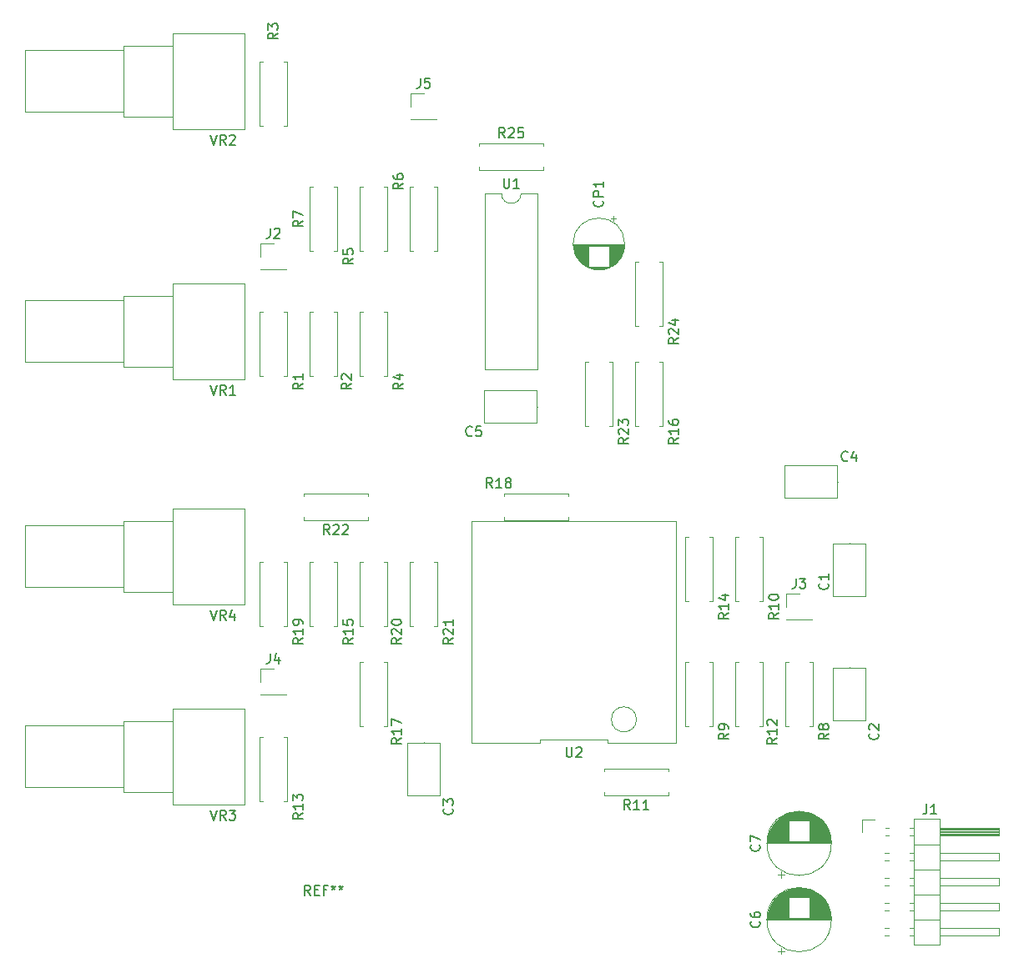
<source format=gto>
G04 #@! TF.GenerationSoftware,KiCad,Pcbnew,(5.1.8-0-10_14)*
G04 #@! TF.CreationDate,2021-06-15T12:35:27+09:00*
G04 #@! TF.ProjectId,3320VCF,33333230-5643-4462-9e6b-696361645f70,rev?*
G04 #@! TF.SameCoordinates,Original*
G04 #@! TF.FileFunction,Legend,Top*
G04 #@! TF.FilePolarity,Positive*
%FSLAX46Y46*%
G04 Gerber Fmt 4.6, Leading zero omitted, Abs format (unit mm)*
G04 Created by KiCad (PCBNEW (5.1.8-0-10_14)) date 2021-06-15 12:35:27*
%MOMM*%
%LPD*%
G01*
G04 APERTURE LIST*
%ADD10C,0.120000*%
%ADD11C,0.150000*%
%ADD12C,3.200000*%
%ADD13C,1.600000*%
%ADD14O,1.600000X1.600000*%
%ADD15R,1.600000X1.600000*%
%ADD16R,1.700000X1.700000*%
%ADD17O,1.700000X1.700000*%
%ADD18O,2.000000X1.200000*%
%ADD19C,1.800000*%
G04 APERTURE END LIST*
D10*
X125840000Y-81280000D02*
X125800000Y-81280000D01*
X120420000Y-81280000D02*
X120460000Y-81280000D01*
X125800000Y-79610000D02*
X120460000Y-79610000D01*
X125800000Y-82950000D02*
X125800000Y-79610000D01*
X120460000Y-82950000D02*
X125800000Y-82950000D01*
X120460000Y-79610000D02*
X120460000Y-82950000D01*
X102770000Y-65500000D02*
X103100000Y-65500000D01*
X102770000Y-58960000D02*
X102770000Y-65500000D01*
X103100000Y-58960000D02*
X102770000Y-58960000D01*
X105510000Y-65500000D02*
X105180000Y-65500000D01*
X105510000Y-58960000D02*
X105510000Y-65500000D01*
X105180000Y-58960000D02*
X105510000Y-58960000D01*
X115670000Y-97060000D02*
X115340000Y-97060000D01*
X115670000Y-103600000D02*
X115670000Y-97060000D01*
X115340000Y-103600000D02*
X115670000Y-103600000D01*
X112930000Y-97060000D02*
X113260000Y-97060000D01*
X112930000Y-103600000D02*
X112930000Y-97060000D01*
X113260000Y-103600000D02*
X112930000Y-103600000D01*
X98020000Y-78200000D02*
X97690000Y-78200000D01*
X97690000Y-78200000D02*
X97690000Y-71660000D01*
X97690000Y-71660000D02*
X98020000Y-71660000D01*
X100100000Y-78200000D02*
X100430000Y-78200000D01*
X100430000Y-78200000D02*
X100430000Y-71660000D01*
X100430000Y-71660000D02*
X100100000Y-71660000D01*
X102770000Y-78200000D02*
X103100000Y-78200000D01*
X102770000Y-71660000D02*
X102770000Y-78200000D01*
X103100000Y-71660000D02*
X102770000Y-71660000D01*
X105510000Y-78200000D02*
X105180000Y-78200000D01*
X105510000Y-71660000D02*
X105510000Y-78200000D01*
X105180000Y-71660000D02*
X105510000Y-71660000D01*
X100430000Y-46260000D02*
X100100000Y-46260000D01*
X100430000Y-52800000D02*
X100430000Y-46260000D01*
X100100000Y-52800000D02*
X100430000Y-52800000D01*
X97690000Y-46260000D02*
X98020000Y-46260000D01*
X97690000Y-52800000D02*
X97690000Y-46260000D01*
X98020000Y-52800000D02*
X97690000Y-52800000D01*
X108180000Y-78200000D02*
X107850000Y-78200000D01*
X107850000Y-78200000D02*
X107850000Y-71660000D01*
X107850000Y-71660000D02*
X108180000Y-71660000D01*
X110260000Y-78200000D02*
X110590000Y-78200000D01*
X110590000Y-78200000D02*
X110590000Y-71660000D01*
X110590000Y-71660000D02*
X110260000Y-71660000D01*
X107850000Y-65500000D02*
X108180000Y-65500000D01*
X107850000Y-58960000D02*
X107850000Y-65500000D01*
X108180000Y-58960000D02*
X107850000Y-58960000D01*
X110590000Y-65500000D02*
X110260000Y-65500000D01*
X110590000Y-58960000D02*
X110590000Y-65500000D01*
X110260000Y-58960000D02*
X110590000Y-58960000D01*
X140870000Y-113760000D02*
X141200000Y-113760000D01*
X140870000Y-107220000D02*
X140870000Y-113760000D01*
X141200000Y-107220000D02*
X140870000Y-107220000D01*
X143610000Y-113760000D02*
X143280000Y-113760000D01*
X143610000Y-107220000D02*
X143610000Y-113760000D01*
X143280000Y-107220000D02*
X143610000Y-107220000D01*
X148360000Y-107220000D02*
X148690000Y-107220000D01*
X148690000Y-107220000D02*
X148690000Y-113760000D01*
X148690000Y-113760000D02*
X148360000Y-113760000D01*
X146280000Y-107220000D02*
X145950000Y-107220000D01*
X145950000Y-107220000D02*
X145950000Y-113760000D01*
X145950000Y-113760000D02*
X146280000Y-113760000D01*
X100430000Y-114840000D02*
X100100000Y-114840000D01*
X100430000Y-121380000D02*
X100430000Y-114840000D01*
X100100000Y-121380000D02*
X100430000Y-121380000D01*
X97690000Y-114840000D02*
X98020000Y-114840000D01*
X97690000Y-121380000D02*
X97690000Y-114840000D01*
X98020000Y-121380000D02*
X97690000Y-121380000D01*
X136120000Y-83280000D02*
X135790000Y-83280000D01*
X135790000Y-83280000D02*
X135790000Y-76740000D01*
X135790000Y-76740000D02*
X136120000Y-76740000D01*
X138200000Y-83280000D02*
X138530000Y-83280000D01*
X138530000Y-83280000D02*
X138530000Y-76740000D01*
X138530000Y-76740000D02*
X138200000Y-76740000D01*
X107850000Y-113760000D02*
X108180000Y-113760000D01*
X107850000Y-107220000D02*
X107850000Y-113760000D01*
X108180000Y-107220000D02*
X107850000Y-107220000D01*
X110590000Y-113760000D02*
X110260000Y-113760000D01*
X110590000Y-107220000D02*
X110590000Y-113760000D01*
X110260000Y-107220000D02*
X110590000Y-107220000D01*
X107850000Y-103600000D02*
X108180000Y-103600000D01*
X107850000Y-97060000D02*
X107850000Y-103600000D01*
X108180000Y-97060000D02*
X107850000Y-97060000D01*
X110590000Y-103600000D02*
X110260000Y-103600000D01*
X110590000Y-97060000D02*
X110590000Y-103600000D01*
X110260000Y-97060000D02*
X110590000Y-97060000D01*
X102140000Y-90070000D02*
X102140000Y-90400000D01*
X108680000Y-90070000D02*
X102140000Y-90070000D01*
X108680000Y-90400000D02*
X108680000Y-90070000D01*
X102140000Y-92810000D02*
X102140000Y-92480000D01*
X108680000Y-92810000D02*
X102140000Y-92810000D01*
X108680000Y-92480000D02*
X108680000Y-92810000D01*
X131040000Y-83280000D02*
X130710000Y-83280000D01*
X130710000Y-83280000D02*
X130710000Y-76740000D01*
X130710000Y-76740000D02*
X131040000Y-76740000D01*
X133120000Y-83280000D02*
X133450000Y-83280000D01*
X133450000Y-83280000D02*
X133450000Y-76740000D01*
X133450000Y-76740000D02*
X133120000Y-76740000D01*
X115340000Y-58960000D02*
X115670000Y-58960000D01*
X115670000Y-58960000D02*
X115670000Y-65500000D01*
X115670000Y-65500000D02*
X115340000Y-65500000D01*
X113260000Y-58960000D02*
X112930000Y-58960000D01*
X112930000Y-58960000D02*
X112930000Y-65500000D01*
X112930000Y-65500000D02*
X113260000Y-65500000D01*
X126460000Y-57250000D02*
X126460000Y-56920000D01*
X119920000Y-57250000D02*
X126460000Y-57250000D01*
X119920000Y-56920000D02*
X119920000Y-57250000D01*
X126460000Y-54510000D02*
X126460000Y-54840000D01*
X119920000Y-54510000D02*
X126460000Y-54510000D01*
X119920000Y-54840000D02*
X119920000Y-54510000D01*
X133805000Y-62195225D02*
X133305000Y-62195225D01*
X133555000Y-61945225D02*
X133555000Y-62445225D01*
X132364000Y-67351000D02*
X131796000Y-67351000D01*
X132598000Y-67311000D02*
X131562000Y-67311000D01*
X132757000Y-67271000D02*
X131403000Y-67271000D01*
X132885000Y-67231000D02*
X131275000Y-67231000D01*
X132995000Y-67191000D02*
X131165000Y-67191000D01*
X133091000Y-67151000D02*
X131069000Y-67151000D01*
X133178000Y-67111000D02*
X130982000Y-67111000D01*
X133258000Y-67071000D02*
X130902000Y-67071000D01*
X131040000Y-67031000D02*
X130829000Y-67031000D01*
X133331000Y-67031000D02*
X133120000Y-67031000D01*
X131040000Y-66991000D02*
X130761000Y-66991000D01*
X133399000Y-66991000D02*
X133120000Y-66991000D01*
X131040000Y-66951000D02*
X130697000Y-66951000D01*
X133463000Y-66951000D02*
X133120000Y-66951000D01*
X131040000Y-66911000D02*
X130637000Y-66911000D01*
X133523000Y-66911000D02*
X133120000Y-66911000D01*
X131040000Y-66871000D02*
X130580000Y-66871000D01*
X133580000Y-66871000D02*
X133120000Y-66871000D01*
X131040000Y-66831000D02*
X130526000Y-66831000D01*
X133634000Y-66831000D02*
X133120000Y-66831000D01*
X131040000Y-66791000D02*
X130475000Y-66791000D01*
X133685000Y-66791000D02*
X133120000Y-66791000D01*
X131040000Y-66751000D02*
X130427000Y-66751000D01*
X133733000Y-66751000D02*
X133120000Y-66751000D01*
X131040000Y-66711000D02*
X130381000Y-66711000D01*
X133779000Y-66711000D02*
X133120000Y-66711000D01*
X131040000Y-66671000D02*
X130337000Y-66671000D01*
X133823000Y-66671000D02*
X133120000Y-66671000D01*
X131040000Y-66631000D02*
X130295000Y-66631000D01*
X133865000Y-66631000D02*
X133120000Y-66631000D01*
X131040000Y-66591000D02*
X130254000Y-66591000D01*
X133906000Y-66591000D02*
X133120000Y-66591000D01*
X131040000Y-66551000D02*
X130216000Y-66551000D01*
X133944000Y-66551000D02*
X133120000Y-66551000D01*
X131040000Y-66511000D02*
X130179000Y-66511000D01*
X133981000Y-66511000D02*
X133120000Y-66511000D01*
X131040000Y-66471000D02*
X130143000Y-66471000D01*
X134017000Y-66471000D02*
X133120000Y-66471000D01*
X131040000Y-66431000D02*
X130109000Y-66431000D01*
X134051000Y-66431000D02*
X133120000Y-66431000D01*
X131040000Y-66391000D02*
X130076000Y-66391000D01*
X134084000Y-66391000D02*
X133120000Y-66391000D01*
X131040000Y-66351000D02*
X130045000Y-66351000D01*
X134115000Y-66351000D02*
X133120000Y-66351000D01*
X131040000Y-66311000D02*
X130015000Y-66311000D01*
X134145000Y-66311000D02*
X133120000Y-66311000D01*
X131040000Y-66271000D02*
X129985000Y-66271000D01*
X134175000Y-66271000D02*
X133120000Y-66271000D01*
X131040000Y-66231000D02*
X129958000Y-66231000D01*
X134202000Y-66231000D02*
X133120000Y-66231000D01*
X131040000Y-66191000D02*
X129931000Y-66191000D01*
X134229000Y-66191000D02*
X133120000Y-66191000D01*
X131040000Y-66151000D02*
X129905000Y-66151000D01*
X134255000Y-66151000D02*
X133120000Y-66151000D01*
X131040000Y-66111000D02*
X129880000Y-66111000D01*
X134280000Y-66111000D02*
X133120000Y-66111000D01*
X131040000Y-66071000D02*
X129856000Y-66071000D01*
X134304000Y-66071000D02*
X133120000Y-66071000D01*
X131040000Y-66031000D02*
X129833000Y-66031000D01*
X134327000Y-66031000D02*
X133120000Y-66031000D01*
X131040000Y-65991000D02*
X129812000Y-65991000D01*
X134348000Y-65991000D02*
X133120000Y-65991000D01*
X131040000Y-65951000D02*
X129790000Y-65951000D01*
X134370000Y-65951000D02*
X133120000Y-65951000D01*
X131040000Y-65911000D02*
X129770000Y-65911000D01*
X134390000Y-65911000D02*
X133120000Y-65911000D01*
X131040000Y-65871000D02*
X129751000Y-65871000D01*
X134409000Y-65871000D02*
X133120000Y-65871000D01*
X131040000Y-65831000D02*
X129732000Y-65831000D01*
X134428000Y-65831000D02*
X133120000Y-65831000D01*
X131040000Y-65791000D02*
X129715000Y-65791000D01*
X134445000Y-65791000D02*
X133120000Y-65791000D01*
X131040000Y-65751000D02*
X129698000Y-65751000D01*
X134462000Y-65751000D02*
X133120000Y-65751000D01*
X131040000Y-65711000D02*
X129682000Y-65711000D01*
X134478000Y-65711000D02*
X133120000Y-65711000D01*
X131040000Y-65671000D02*
X129666000Y-65671000D01*
X134494000Y-65671000D02*
X133120000Y-65671000D01*
X131040000Y-65631000D02*
X129652000Y-65631000D01*
X134508000Y-65631000D02*
X133120000Y-65631000D01*
X131040000Y-65591000D02*
X129638000Y-65591000D01*
X134522000Y-65591000D02*
X133120000Y-65591000D01*
X131040000Y-65551000D02*
X129625000Y-65551000D01*
X134535000Y-65551000D02*
X133120000Y-65551000D01*
X131040000Y-65511000D02*
X129612000Y-65511000D01*
X134548000Y-65511000D02*
X133120000Y-65511000D01*
X131040000Y-65471000D02*
X129600000Y-65471000D01*
X134560000Y-65471000D02*
X133120000Y-65471000D01*
X131040000Y-65430000D02*
X129589000Y-65430000D01*
X134571000Y-65430000D02*
X133120000Y-65430000D01*
X131040000Y-65390000D02*
X129579000Y-65390000D01*
X134581000Y-65390000D02*
X133120000Y-65390000D01*
X131040000Y-65350000D02*
X129569000Y-65350000D01*
X134591000Y-65350000D02*
X133120000Y-65350000D01*
X131040000Y-65310000D02*
X129560000Y-65310000D01*
X134600000Y-65310000D02*
X133120000Y-65310000D01*
X131040000Y-65270000D02*
X129552000Y-65270000D01*
X134608000Y-65270000D02*
X133120000Y-65270000D01*
X131040000Y-65230000D02*
X129544000Y-65230000D01*
X134616000Y-65230000D02*
X133120000Y-65230000D01*
X131040000Y-65190000D02*
X129537000Y-65190000D01*
X134623000Y-65190000D02*
X133120000Y-65190000D01*
X131040000Y-65150000D02*
X129530000Y-65150000D01*
X134630000Y-65150000D02*
X133120000Y-65150000D01*
X131040000Y-65110000D02*
X129524000Y-65110000D01*
X134636000Y-65110000D02*
X133120000Y-65110000D01*
X131040000Y-65070000D02*
X129519000Y-65070000D01*
X134641000Y-65070000D02*
X133120000Y-65070000D01*
X131040000Y-65030000D02*
X129515000Y-65030000D01*
X134645000Y-65030000D02*
X133120000Y-65030000D01*
X131040000Y-64990000D02*
X129511000Y-64990000D01*
X134649000Y-64990000D02*
X133120000Y-64990000D01*
X134653000Y-64950000D02*
X129507000Y-64950000D01*
X134656000Y-64910000D02*
X129504000Y-64910000D01*
X134658000Y-64870000D02*
X129502000Y-64870000D01*
X134659000Y-64830000D02*
X129501000Y-64830000D01*
X134660000Y-64790000D02*
X129500000Y-64790000D01*
X134660000Y-64750000D02*
X129500000Y-64750000D01*
X134700000Y-64750000D02*
G75*
G03*
X134700000Y-64750000I-2620000J0D01*
G01*
X139160000Y-120420000D02*
X139160000Y-120750000D01*
X139160000Y-120750000D02*
X132620000Y-120750000D01*
X132620000Y-120750000D02*
X132620000Y-120420000D01*
X139160000Y-118340000D02*
X139160000Y-118010000D01*
X139160000Y-118010000D02*
X132620000Y-118010000D01*
X132620000Y-118010000D02*
X132620000Y-118340000D01*
X105510000Y-97060000D02*
X105180000Y-97060000D01*
X105510000Y-103600000D02*
X105510000Y-97060000D01*
X105180000Y-103600000D02*
X105510000Y-103600000D01*
X102770000Y-97060000D02*
X103100000Y-97060000D01*
X102770000Y-103600000D02*
X102770000Y-97060000D01*
X103100000Y-103600000D02*
X102770000Y-103600000D01*
X98020000Y-103600000D02*
X97690000Y-103600000D01*
X97690000Y-103600000D02*
X97690000Y-97060000D01*
X97690000Y-97060000D02*
X98020000Y-97060000D01*
X100100000Y-103600000D02*
X100430000Y-103600000D01*
X100430000Y-103600000D02*
X100430000Y-97060000D01*
X100430000Y-97060000D02*
X100100000Y-97060000D01*
X155810000Y-100520000D02*
X159150000Y-100520000D01*
X159150000Y-100520000D02*
X159150000Y-95180000D01*
X159150000Y-95180000D02*
X155810000Y-95180000D01*
X155810000Y-95180000D02*
X155810000Y-100520000D01*
X157480000Y-100560000D02*
X157480000Y-100520000D01*
X157480000Y-95140000D02*
X157480000Y-95180000D01*
X157480000Y-113140000D02*
X157480000Y-113100000D01*
X157480000Y-107720000D02*
X157480000Y-107760000D01*
X159150000Y-113100000D02*
X159150000Y-107760000D01*
X155810000Y-113100000D02*
X159150000Y-113100000D01*
X155810000Y-107760000D02*
X155810000Y-113100000D01*
X159150000Y-107760000D02*
X155810000Y-107760000D01*
X115970000Y-115380000D02*
X112630000Y-115380000D01*
X112630000Y-115380000D02*
X112630000Y-120720000D01*
X112630000Y-120720000D02*
X115970000Y-120720000D01*
X115970000Y-120720000D02*
X115970000Y-115380000D01*
X114300000Y-115340000D02*
X114300000Y-115380000D01*
X114300000Y-120760000D02*
X114300000Y-120720000D01*
X156320000Y-88900000D02*
X156280000Y-88900000D01*
X150900000Y-88900000D02*
X150940000Y-88900000D01*
X156280000Y-87230000D02*
X150940000Y-87230000D01*
X156280000Y-90570000D02*
X156280000Y-87230000D01*
X150940000Y-90570000D02*
X156280000Y-90570000D01*
X150940000Y-87230000D02*
X150940000Y-90570000D01*
X138200000Y-66580000D02*
X138530000Y-66580000D01*
X138530000Y-66580000D02*
X138530000Y-73120000D01*
X138530000Y-73120000D02*
X138200000Y-73120000D01*
X136120000Y-66580000D02*
X135790000Y-66580000D01*
X135790000Y-66580000D02*
X135790000Y-73120000D01*
X135790000Y-73120000D02*
X136120000Y-73120000D01*
X151360000Y-113760000D02*
X151030000Y-113760000D01*
X151030000Y-113760000D02*
X151030000Y-107220000D01*
X151030000Y-107220000D02*
X151360000Y-107220000D01*
X153440000Y-113760000D02*
X153770000Y-113760000D01*
X153770000Y-113760000D02*
X153770000Y-107220000D01*
X153770000Y-107220000D02*
X153440000Y-107220000D01*
X148690000Y-94520000D02*
X148360000Y-94520000D01*
X148690000Y-101060000D02*
X148690000Y-94520000D01*
X148360000Y-101060000D02*
X148690000Y-101060000D01*
X145950000Y-94520000D02*
X146280000Y-94520000D01*
X145950000Y-101060000D02*
X145950000Y-94520000D01*
X146280000Y-101060000D02*
X145950000Y-101060000D01*
X143280000Y-94520000D02*
X143610000Y-94520000D01*
X143610000Y-94520000D02*
X143610000Y-101060000D01*
X143610000Y-101060000D02*
X143280000Y-101060000D01*
X141200000Y-94520000D02*
X140870000Y-94520000D01*
X140870000Y-94520000D02*
X140870000Y-101060000D01*
X140870000Y-101060000D02*
X141200000Y-101060000D01*
X122460000Y-90400000D02*
X122460000Y-90070000D01*
X122460000Y-90070000D02*
X129000000Y-90070000D01*
X129000000Y-90070000D02*
X129000000Y-90400000D01*
X122460000Y-92480000D02*
X122460000Y-92810000D01*
X122460000Y-92810000D02*
X129000000Y-92810000D01*
X129000000Y-92810000D02*
X129000000Y-92480000D01*
X158750000Y-123190000D02*
X160020000Y-123190000D01*
X158750000Y-124460000D02*
X158750000Y-123190000D01*
X161062929Y-135000000D02*
X161517071Y-135000000D01*
X161062929Y-134240000D02*
X161517071Y-134240000D01*
X163602929Y-135000000D02*
X164000000Y-135000000D01*
X163602929Y-134240000D02*
X164000000Y-134240000D01*
X172660000Y-135000000D02*
X166660000Y-135000000D01*
X172660000Y-134240000D02*
X172660000Y-135000000D01*
X166660000Y-134240000D02*
X172660000Y-134240000D01*
X164000000Y-133350000D02*
X166660000Y-133350000D01*
X161062929Y-132460000D02*
X161517071Y-132460000D01*
X161062929Y-131700000D02*
X161517071Y-131700000D01*
X163602929Y-132460000D02*
X164000000Y-132460000D01*
X163602929Y-131700000D02*
X164000000Y-131700000D01*
X172660000Y-132460000D02*
X166660000Y-132460000D01*
X172660000Y-131700000D02*
X172660000Y-132460000D01*
X166660000Y-131700000D02*
X172660000Y-131700000D01*
X164000000Y-130810000D02*
X166660000Y-130810000D01*
X161062929Y-129920000D02*
X161517071Y-129920000D01*
X161062929Y-129160000D02*
X161517071Y-129160000D01*
X163602929Y-129920000D02*
X164000000Y-129920000D01*
X163602929Y-129160000D02*
X164000000Y-129160000D01*
X172660000Y-129920000D02*
X166660000Y-129920000D01*
X172660000Y-129160000D02*
X172660000Y-129920000D01*
X166660000Y-129160000D02*
X172660000Y-129160000D01*
X164000000Y-128270000D02*
X166660000Y-128270000D01*
X161062929Y-127380000D02*
X161517071Y-127380000D01*
X161062929Y-126620000D02*
X161517071Y-126620000D01*
X163602929Y-127380000D02*
X164000000Y-127380000D01*
X163602929Y-126620000D02*
X164000000Y-126620000D01*
X172660000Y-127380000D02*
X166660000Y-127380000D01*
X172660000Y-126620000D02*
X172660000Y-127380000D01*
X166660000Y-126620000D02*
X172660000Y-126620000D01*
X164000000Y-125730000D02*
X166660000Y-125730000D01*
X161130000Y-124840000D02*
X161517071Y-124840000D01*
X161130000Y-124080000D02*
X161517071Y-124080000D01*
X163602929Y-124840000D02*
X164000000Y-124840000D01*
X163602929Y-124080000D02*
X164000000Y-124080000D01*
X166660000Y-124740000D02*
X172660000Y-124740000D01*
X166660000Y-124620000D02*
X172660000Y-124620000D01*
X166660000Y-124500000D02*
X172660000Y-124500000D01*
X166660000Y-124380000D02*
X172660000Y-124380000D01*
X166660000Y-124260000D02*
X172660000Y-124260000D01*
X166660000Y-124140000D02*
X172660000Y-124140000D01*
X172660000Y-124840000D02*
X166660000Y-124840000D01*
X172660000Y-124080000D02*
X172660000Y-124840000D01*
X166660000Y-124080000D02*
X172660000Y-124080000D01*
X166660000Y-123130000D02*
X164000000Y-123130000D01*
X166660000Y-135950000D02*
X166660000Y-123130000D01*
X164000000Y-135950000D02*
X166660000Y-135950000D01*
X164000000Y-123130000D02*
X164000000Y-135950000D01*
X97730000Y-67370000D02*
X100390000Y-67370000D01*
X97730000Y-67310000D02*
X97730000Y-67370000D01*
X100390000Y-67310000D02*
X100390000Y-67370000D01*
X97730000Y-67310000D02*
X100390000Y-67310000D01*
X97730000Y-66040000D02*
X97730000Y-64710000D01*
X97730000Y-64710000D02*
X99060000Y-64710000D01*
X151070000Y-100270000D02*
X152400000Y-100270000D01*
X151070000Y-101600000D02*
X151070000Y-100270000D01*
X151070000Y-102870000D02*
X153730000Y-102870000D01*
X153730000Y-102870000D02*
X153730000Y-102930000D01*
X151070000Y-102870000D02*
X151070000Y-102930000D01*
X151070000Y-102930000D02*
X153730000Y-102930000D01*
X97730000Y-107890000D02*
X99060000Y-107890000D01*
X97730000Y-109220000D02*
X97730000Y-107890000D01*
X97730000Y-110490000D02*
X100390000Y-110490000D01*
X100390000Y-110490000D02*
X100390000Y-110550000D01*
X97730000Y-110490000D02*
X97730000Y-110550000D01*
X97730000Y-110550000D02*
X100390000Y-110550000D01*
X112970000Y-52130000D02*
X115630000Y-52130000D01*
X112970000Y-52070000D02*
X112970000Y-52130000D01*
X115630000Y-52070000D02*
X115630000Y-52130000D01*
X112970000Y-52070000D02*
X115630000Y-52070000D01*
X112970000Y-50800000D02*
X112970000Y-49470000D01*
X112970000Y-49470000D02*
X114300000Y-49470000D01*
X125840000Y-59630000D02*
X124190000Y-59630000D01*
X125840000Y-77530000D02*
X125840000Y-59630000D01*
X120540000Y-77530000D02*
X125840000Y-77530000D01*
X120540000Y-59630000D02*
X120540000Y-77530000D01*
X122190000Y-59630000D02*
X120540000Y-59630000D01*
X124190000Y-59630000D02*
G75*
G02*
X122190000Y-59630000I-1000000J0D01*
G01*
X135890000Y-113030000D02*
G75*
G03*
X135890000Y-113030000I-1270000J0D01*
G01*
X133003333Y-115400000D02*
X139930000Y-115400000D01*
X133003333Y-115040000D02*
X133003333Y-115400000D01*
X126076667Y-115040000D02*
X133003333Y-115040000D01*
X126076667Y-115400000D02*
X126076667Y-115040000D01*
X119150000Y-115400000D02*
X126076667Y-115400000D01*
X119150000Y-92880000D02*
X119150000Y-115400000D01*
X139930000Y-92880000D02*
X119150000Y-92880000D01*
X139930000Y-115400000D02*
X139930000Y-92880000D01*
X73860000Y-76740000D02*
X73860000Y-70500000D01*
X83860000Y-76740000D02*
X83860000Y-70500000D01*
X83860000Y-70500000D02*
X73860000Y-70500000D01*
X83860000Y-76740000D02*
X73860000Y-76740000D01*
X83860000Y-77240000D02*
X83860000Y-70000000D01*
X88860000Y-77240000D02*
X88860000Y-70000000D01*
X88860000Y-70000000D02*
X83860000Y-70000000D01*
X88860000Y-77240000D02*
X83860000Y-77240000D01*
X88860000Y-78490000D02*
X88860000Y-68750000D01*
X96150000Y-78490000D02*
X96150000Y-68750000D01*
X96150000Y-68750000D02*
X88860000Y-68750000D01*
X96150000Y-78490000D02*
X88860000Y-78490000D01*
X96150000Y-53090000D02*
X88860000Y-53090000D01*
X96150000Y-43350000D02*
X88860000Y-43350000D01*
X96150000Y-53090000D02*
X96150000Y-43350000D01*
X88860000Y-53090000D02*
X88860000Y-43350000D01*
X88860000Y-51840000D02*
X83860000Y-51840000D01*
X88860000Y-44600000D02*
X83860000Y-44600000D01*
X88860000Y-51840000D02*
X88860000Y-44600000D01*
X83860000Y-51840000D02*
X83860000Y-44600000D01*
X83860000Y-51340000D02*
X73860000Y-51340000D01*
X83860000Y-45100000D02*
X73860000Y-45100000D01*
X83860000Y-51340000D02*
X83860000Y-45100000D01*
X73860000Y-51340000D02*
X73860000Y-45100000D01*
X96150000Y-121670000D02*
X88860000Y-121670000D01*
X96150000Y-111930000D02*
X88860000Y-111930000D01*
X96150000Y-121670000D02*
X96150000Y-111930000D01*
X88860000Y-121670000D02*
X88860000Y-111930000D01*
X88860000Y-120420000D02*
X83860000Y-120420000D01*
X88860000Y-113180000D02*
X83860000Y-113180000D01*
X88860000Y-120420000D02*
X88860000Y-113180000D01*
X83860000Y-120420000D02*
X83860000Y-113180000D01*
X83860000Y-119920000D02*
X73860000Y-119920000D01*
X83860000Y-113680000D02*
X73860000Y-113680000D01*
X83860000Y-119920000D02*
X83860000Y-113680000D01*
X73860000Y-119920000D02*
X73860000Y-113680000D01*
X73860000Y-99600000D02*
X73860000Y-93360000D01*
X83860000Y-99600000D02*
X83860000Y-93360000D01*
X83860000Y-93360000D02*
X73860000Y-93360000D01*
X83860000Y-99600000D02*
X73860000Y-99600000D01*
X83860000Y-100100000D02*
X83860000Y-92860000D01*
X88860000Y-100100000D02*
X88860000Y-92860000D01*
X88860000Y-92860000D02*
X83860000Y-92860000D01*
X88860000Y-100100000D02*
X83860000Y-100100000D01*
X88860000Y-101350000D02*
X88860000Y-91610000D01*
X96150000Y-101350000D02*
X96150000Y-91610000D01*
X96150000Y-91610000D02*
X88860000Y-91610000D01*
X96150000Y-101350000D02*
X88860000Y-101350000D01*
X150246000Y-136555241D02*
X150876000Y-136555241D01*
X150561000Y-136870241D02*
X150561000Y-136240241D01*
X151998000Y-130129000D02*
X152802000Y-130129000D01*
X151767000Y-130169000D02*
X153033000Y-130169000D01*
X151598000Y-130209000D02*
X153202000Y-130209000D01*
X151460000Y-130249000D02*
X153340000Y-130249000D01*
X151341000Y-130289000D02*
X153459000Y-130289000D01*
X151235000Y-130329000D02*
X153565000Y-130329000D01*
X151138000Y-130369000D02*
X153662000Y-130369000D01*
X151050000Y-130409000D02*
X153750000Y-130409000D01*
X150968000Y-130449000D02*
X153832000Y-130449000D01*
X150891000Y-130489000D02*
X153909000Y-130489000D01*
X150819000Y-130529000D02*
X153981000Y-130529000D01*
X150750000Y-130569000D02*
X154050000Y-130569000D01*
X150686000Y-130609000D02*
X154114000Y-130609000D01*
X150624000Y-130649000D02*
X154176000Y-130649000D01*
X150566000Y-130689000D02*
X154234000Y-130689000D01*
X150510000Y-130729000D02*
X154290000Y-130729000D01*
X150456000Y-130769000D02*
X154344000Y-130769000D01*
X150405000Y-130809000D02*
X154395000Y-130809000D01*
X150356000Y-130849000D02*
X154444000Y-130849000D01*
X150308000Y-130889000D02*
X154492000Y-130889000D01*
X150263000Y-130929000D02*
X154537000Y-130929000D01*
X150218000Y-130969000D02*
X154582000Y-130969000D01*
X150176000Y-131009000D02*
X154624000Y-131009000D01*
X150135000Y-131049000D02*
X154665000Y-131049000D01*
X153440000Y-131089000D02*
X154705000Y-131089000D01*
X150095000Y-131089000D02*
X151360000Y-131089000D01*
X153440000Y-131129000D02*
X154743000Y-131129000D01*
X150057000Y-131129000D02*
X151360000Y-131129000D01*
X153440000Y-131169000D02*
X154780000Y-131169000D01*
X150020000Y-131169000D02*
X151360000Y-131169000D01*
X153440000Y-131209000D02*
X154816000Y-131209000D01*
X149984000Y-131209000D02*
X151360000Y-131209000D01*
X153440000Y-131249000D02*
X154850000Y-131249000D01*
X149950000Y-131249000D02*
X151360000Y-131249000D01*
X153440000Y-131289000D02*
X154884000Y-131289000D01*
X149916000Y-131289000D02*
X151360000Y-131289000D01*
X153440000Y-131329000D02*
X154916000Y-131329000D01*
X149884000Y-131329000D02*
X151360000Y-131329000D01*
X153440000Y-131369000D02*
X154948000Y-131369000D01*
X149852000Y-131369000D02*
X151360000Y-131369000D01*
X153440000Y-131409000D02*
X154978000Y-131409000D01*
X149822000Y-131409000D02*
X151360000Y-131409000D01*
X153440000Y-131449000D02*
X155007000Y-131449000D01*
X149793000Y-131449000D02*
X151360000Y-131449000D01*
X153440000Y-131489000D02*
X155036000Y-131489000D01*
X149764000Y-131489000D02*
X151360000Y-131489000D01*
X153440000Y-131529000D02*
X155064000Y-131529000D01*
X149736000Y-131529000D02*
X151360000Y-131529000D01*
X153440000Y-131569000D02*
X155090000Y-131569000D01*
X149710000Y-131569000D02*
X151360000Y-131569000D01*
X153440000Y-131609000D02*
X155116000Y-131609000D01*
X149684000Y-131609000D02*
X151360000Y-131609000D01*
X153440000Y-131649000D02*
X155142000Y-131649000D01*
X149658000Y-131649000D02*
X151360000Y-131649000D01*
X153440000Y-131689000D02*
X155166000Y-131689000D01*
X149634000Y-131689000D02*
X151360000Y-131689000D01*
X153440000Y-131729000D02*
X155190000Y-131729000D01*
X149610000Y-131729000D02*
X151360000Y-131729000D01*
X153440000Y-131769000D02*
X155212000Y-131769000D01*
X149588000Y-131769000D02*
X151360000Y-131769000D01*
X153440000Y-131809000D02*
X155234000Y-131809000D01*
X149566000Y-131809000D02*
X151360000Y-131809000D01*
X153440000Y-131849000D02*
X155256000Y-131849000D01*
X149544000Y-131849000D02*
X151360000Y-131849000D01*
X153440000Y-131889000D02*
X155276000Y-131889000D01*
X149524000Y-131889000D02*
X151360000Y-131889000D01*
X153440000Y-131929000D02*
X155296000Y-131929000D01*
X149504000Y-131929000D02*
X151360000Y-131929000D01*
X153440000Y-131969000D02*
X155316000Y-131969000D01*
X149484000Y-131969000D02*
X151360000Y-131969000D01*
X153440000Y-132009000D02*
X155334000Y-132009000D01*
X149466000Y-132009000D02*
X151360000Y-132009000D01*
X153440000Y-132049000D02*
X155352000Y-132049000D01*
X149448000Y-132049000D02*
X151360000Y-132049000D01*
X153440000Y-132089000D02*
X155370000Y-132089000D01*
X149430000Y-132089000D02*
X151360000Y-132089000D01*
X153440000Y-132129000D02*
X155386000Y-132129000D01*
X149414000Y-132129000D02*
X151360000Y-132129000D01*
X153440000Y-132169000D02*
X155402000Y-132169000D01*
X149398000Y-132169000D02*
X151360000Y-132169000D01*
X153440000Y-132209000D02*
X155418000Y-132209000D01*
X149382000Y-132209000D02*
X151360000Y-132209000D01*
X153440000Y-132249000D02*
X155433000Y-132249000D01*
X149367000Y-132249000D02*
X151360000Y-132249000D01*
X153440000Y-132289000D02*
X155447000Y-132289000D01*
X149353000Y-132289000D02*
X151360000Y-132289000D01*
X153440000Y-132329000D02*
X155461000Y-132329000D01*
X149339000Y-132329000D02*
X151360000Y-132329000D01*
X153440000Y-132369000D02*
X155474000Y-132369000D01*
X149326000Y-132369000D02*
X151360000Y-132369000D01*
X153440000Y-132409000D02*
X155486000Y-132409000D01*
X149314000Y-132409000D02*
X151360000Y-132409000D01*
X153440000Y-132449000D02*
X155498000Y-132449000D01*
X149302000Y-132449000D02*
X151360000Y-132449000D01*
X153440000Y-132489000D02*
X155510000Y-132489000D01*
X149290000Y-132489000D02*
X151360000Y-132489000D01*
X153440000Y-132529000D02*
X155521000Y-132529000D01*
X149279000Y-132529000D02*
X151360000Y-132529000D01*
X153440000Y-132569000D02*
X155531000Y-132569000D01*
X149269000Y-132569000D02*
X151360000Y-132569000D01*
X153440000Y-132609000D02*
X155541000Y-132609000D01*
X149259000Y-132609000D02*
X151360000Y-132609000D01*
X153440000Y-132649000D02*
X155550000Y-132649000D01*
X149250000Y-132649000D02*
X151360000Y-132649000D01*
X153440000Y-132690000D02*
X155559000Y-132690000D01*
X149241000Y-132690000D02*
X151360000Y-132690000D01*
X153440000Y-132730000D02*
X155567000Y-132730000D01*
X149233000Y-132730000D02*
X151360000Y-132730000D01*
X153440000Y-132770000D02*
X155575000Y-132770000D01*
X149225000Y-132770000D02*
X151360000Y-132770000D01*
X153440000Y-132810000D02*
X155582000Y-132810000D01*
X149218000Y-132810000D02*
X151360000Y-132810000D01*
X153440000Y-132850000D02*
X155589000Y-132850000D01*
X149211000Y-132850000D02*
X151360000Y-132850000D01*
X153440000Y-132890000D02*
X155595000Y-132890000D01*
X149205000Y-132890000D02*
X151360000Y-132890000D01*
X153440000Y-132930000D02*
X155601000Y-132930000D01*
X149199000Y-132930000D02*
X151360000Y-132930000D01*
X153440000Y-132970000D02*
X155606000Y-132970000D01*
X149194000Y-132970000D02*
X151360000Y-132970000D01*
X153440000Y-133010000D02*
X155611000Y-133010000D01*
X149189000Y-133010000D02*
X151360000Y-133010000D01*
X153440000Y-133050000D02*
X155615000Y-133050000D01*
X149185000Y-133050000D02*
X151360000Y-133050000D01*
X153440000Y-133090000D02*
X155618000Y-133090000D01*
X149182000Y-133090000D02*
X151360000Y-133090000D01*
X153440000Y-133130000D02*
X155622000Y-133130000D01*
X149178000Y-133130000D02*
X151360000Y-133130000D01*
X149176000Y-133170000D02*
X155624000Y-133170000D01*
X149173000Y-133210000D02*
X155627000Y-133210000D01*
X149172000Y-133250000D02*
X155628000Y-133250000D01*
X149170000Y-133290000D02*
X155630000Y-133290000D01*
X149170000Y-133330000D02*
X155630000Y-133330000D01*
X149170000Y-133370000D02*
X155630000Y-133370000D01*
X155670000Y-133370000D02*
G75*
G03*
X155670000Y-133370000I-3270000J0D01*
G01*
X155670000Y-125619758D02*
G75*
G03*
X155670000Y-125619758I-3270000J0D01*
G01*
X149170000Y-125619758D02*
X155630000Y-125619758D01*
X149170000Y-125579758D02*
X155630000Y-125579758D01*
X149170000Y-125539758D02*
X155630000Y-125539758D01*
X149172000Y-125499758D02*
X155628000Y-125499758D01*
X149173000Y-125459758D02*
X155627000Y-125459758D01*
X149176000Y-125419758D02*
X155624000Y-125419758D01*
X149178000Y-125379758D02*
X151360000Y-125379758D01*
X153440000Y-125379758D02*
X155622000Y-125379758D01*
X149182000Y-125339758D02*
X151360000Y-125339758D01*
X153440000Y-125339758D02*
X155618000Y-125339758D01*
X149185000Y-125299758D02*
X151360000Y-125299758D01*
X153440000Y-125299758D02*
X155615000Y-125299758D01*
X149189000Y-125259758D02*
X151360000Y-125259758D01*
X153440000Y-125259758D02*
X155611000Y-125259758D01*
X149194000Y-125219758D02*
X151360000Y-125219758D01*
X153440000Y-125219758D02*
X155606000Y-125219758D01*
X149199000Y-125179758D02*
X151360000Y-125179758D01*
X153440000Y-125179758D02*
X155601000Y-125179758D01*
X149205000Y-125139758D02*
X151360000Y-125139758D01*
X153440000Y-125139758D02*
X155595000Y-125139758D01*
X149211000Y-125099758D02*
X151360000Y-125099758D01*
X153440000Y-125099758D02*
X155589000Y-125099758D01*
X149218000Y-125059758D02*
X151360000Y-125059758D01*
X153440000Y-125059758D02*
X155582000Y-125059758D01*
X149225000Y-125019758D02*
X151360000Y-125019758D01*
X153440000Y-125019758D02*
X155575000Y-125019758D01*
X149233000Y-124979758D02*
X151360000Y-124979758D01*
X153440000Y-124979758D02*
X155567000Y-124979758D01*
X149241000Y-124939758D02*
X151360000Y-124939758D01*
X153440000Y-124939758D02*
X155559000Y-124939758D01*
X149250000Y-124898758D02*
X151360000Y-124898758D01*
X153440000Y-124898758D02*
X155550000Y-124898758D01*
X149259000Y-124858758D02*
X151360000Y-124858758D01*
X153440000Y-124858758D02*
X155541000Y-124858758D01*
X149269000Y-124818758D02*
X151360000Y-124818758D01*
X153440000Y-124818758D02*
X155531000Y-124818758D01*
X149279000Y-124778758D02*
X151360000Y-124778758D01*
X153440000Y-124778758D02*
X155521000Y-124778758D01*
X149290000Y-124738758D02*
X151360000Y-124738758D01*
X153440000Y-124738758D02*
X155510000Y-124738758D01*
X149302000Y-124698758D02*
X151360000Y-124698758D01*
X153440000Y-124698758D02*
X155498000Y-124698758D01*
X149314000Y-124658758D02*
X151360000Y-124658758D01*
X153440000Y-124658758D02*
X155486000Y-124658758D01*
X149326000Y-124618758D02*
X151360000Y-124618758D01*
X153440000Y-124618758D02*
X155474000Y-124618758D01*
X149339000Y-124578758D02*
X151360000Y-124578758D01*
X153440000Y-124578758D02*
X155461000Y-124578758D01*
X149353000Y-124538758D02*
X151360000Y-124538758D01*
X153440000Y-124538758D02*
X155447000Y-124538758D01*
X149367000Y-124498758D02*
X151360000Y-124498758D01*
X153440000Y-124498758D02*
X155433000Y-124498758D01*
X149382000Y-124458758D02*
X151360000Y-124458758D01*
X153440000Y-124458758D02*
X155418000Y-124458758D01*
X149398000Y-124418758D02*
X151360000Y-124418758D01*
X153440000Y-124418758D02*
X155402000Y-124418758D01*
X149414000Y-124378758D02*
X151360000Y-124378758D01*
X153440000Y-124378758D02*
X155386000Y-124378758D01*
X149430000Y-124338758D02*
X151360000Y-124338758D01*
X153440000Y-124338758D02*
X155370000Y-124338758D01*
X149448000Y-124298758D02*
X151360000Y-124298758D01*
X153440000Y-124298758D02*
X155352000Y-124298758D01*
X149466000Y-124258758D02*
X151360000Y-124258758D01*
X153440000Y-124258758D02*
X155334000Y-124258758D01*
X149484000Y-124218758D02*
X151360000Y-124218758D01*
X153440000Y-124218758D02*
X155316000Y-124218758D01*
X149504000Y-124178758D02*
X151360000Y-124178758D01*
X153440000Y-124178758D02*
X155296000Y-124178758D01*
X149524000Y-124138758D02*
X151360000Y-124138758D01*
X153440000Y-124138758D02*
X155276000Y-124138758D01*
X149544000Y-124098758D02*
X151360000Y-124098758D01*
X153440000Y-124098758D02*
X155256000Y-124098758D01*
X149566000Y-124058758D02*
X151360000Y-124058758D01*
X153440000Y-124058758D02*
X155234000Y-124058758D01*
X149588000Y-124018758D02*
X151360000Y-124018758D01*
X153440000Y-124018758D02*
X155212000Y-124018758D01*
X149610000Y-123978758D02*
X151360000Y-123978758D01*
X153440000Y-123978758D02*
X155190000Y-123978758D01*
X149634000Y-123938758D02*
X151360000Y-123938758D01*
X153440000Y-123938758D02*
X155166000Y-123938758D01*
X149658000Y-123898758D02*
X151360000Y-123898758D01*
X153440000Y-123898758D02*
X155142000Y-123898758D01*
X149684000Y-123858758D02*
X151360000Y-123858758D01*
X153440000Y-123858758D02*
X155116000Y-123858758D01*
X149710000Y-123818758D02*
X151360000Y-123818758D01*
X153440000Y-123818758D02*
X155090000Y-123818758D01*
X149736000Y-123778758D02*
X151360000Y-123778758D01*
X153440000Y-123778758D02*
X155064000Y-123778758D01*
X149764000Y-123738758D02*
X151360000Y-123738758D01*
X153440000Y-123738758D02*
X155036000Y-123738758D01*
X149793000Y-123698758D02*
X151360000Y-123698758D01*
X153440000Y-123698758D02*
X155007000Y-123698758D01*
X149822000Y-123658758D02*
X151360000Y-123658758D01*
X153440000Y-123658758D02*
X154978000Y-123658758D01*
X149852000Y-123618758D02*
X151360000Y-123618758D01*
X153440000Y-123618758D02*
X154948000Y-123618758D01*
X149884000Y-123578758D02*
X151360000Y-123578758D01*
X153440000Y-123578758D02*
X154916000Y-123578758D01*
X149916000Y-123538758D02*
X151360000Y-123538758D01*
X153440000Y-123538758D02*
X154884000Y-123538758D01*
X149950000Y-123498758D02*
X151360000Y-123498758D01*
X153440000Y-123498758D02*
X154850000Y-123498758D01*
X149984000Y-123458758D02*
X151360000Y-123458758D01*
X153440000Y-123458758D02*
X154816000Y-123458758D01*
X150020000Y-123418758D02*
X151360000Y-123418758D01*
X153440000Y-123418758D02*
X154780000Y-123418758D01*
X150057000Y-123378758D02*
X151360000Y-123378758D01*
X153440000Y-123378758D02*
X154743000Y-123378758D01*
X150095000Y-123338758D02*
X151360000Y-123338758D01*
X153440000Y-123338758D02*
X154705000Y-123338758D01*
X150135000Y-123298758D02*
X154665000Y-123298758D01*
X150176000Y-123258758D02*
X154624000Y-123258758D01*
X150218000Y-123218758D02*
X154582000Y-123218758D01*
X150263000Y-123178758D02*
X154537000Y-123178758D01*
X150308000Y-123138758D02*
X154492000Y-123138758D01*
X150356000Y-123098758D02*
X154444000Y-123098758D01*
X150405000Y-123058758D02*
X154395000Y-123058758D01*
X150456000Y-123018758D02*
X154344000Y-123018758D01*
X150510000Y-122978758D02*
X154290000Y-122978758D01*
X150566000Y-122938758D02*
X154234000Y-122938758D01*
X150624000Y-122898758D02*
X154176000Y-122898758D01*
X150686000Y-122858758D02*
X154114000Y-122858758D01*
X150750000Y-122818758D02*
X154050000Y-122818758D01*
X150819000Y-122778758D02*
X153981000Y-122778758D01*
X150891000Y-122738758D02*
X153909000Y-122738758D01*
X150968000Y-122698758D02*
X153832000Y-122698758D01*
X151050000Y-122658758D02*
X153750000Y-122658758D01*
X151138000Y-122618758D02*
X153662000Y-122618758D01*
X151235000Y-122578758D02*
X153565000Y-122578758D01*
X151341000Y-122538758D02*
X153459000Y-122538758D01*
X151460000Y-122498758D02*
X153340000Y-122498758D01*
X151598000Y-122458758D02*
X153202000Y-122458758D01*
X151767000Y-122418758D02*
X153033000Y-122418758D01*
X151998000Y-122378758D02*
X152802000Y-122378758D01*
X150561000Y-129119999D02*
X150561000Y-128489999D01*
X150246000Y-128804999D02*
X150876000Y-128804999D01*
D11*
X102806666Y-130872380D02*
X102473333Y-130396190D01*
X102235238Y-130872380D02*
X102235238Y-129872380D01*
X102616190Y-129872380D01*
X102711428Y-129920000D01*
X102759047Y-129967619D01*
X102806666Y-130062857D01*
X102806666Y-130205714D01*
X102759047Y-130300952D01*
X102711428Y-130348571D01*
X102616190Y-130396190D01*
X102235238Y-130396190D01*
X103235238Y-130348571D02*
X103568571Y-130348571D01*
X103711428Y-130872380D02*
X103235238Y-130872380D01*
X103235238Y-129872380D01*
X103711428Y-129872380D01*
X104473333Y-130348571D02*
X104140000Y-130348571D01*
X104140000Y-130872380D02*
X104140000Y-129872380D01*
X104616190Y-129872380D01*
X105140000Y-129872380D02*
X105140000Y-130110476D01*
X104901904Y-130015238D02*
X105140000Y-130110476D01*
X105378095Y-130015238D01*
X104997142Y-130300952D02*
X105140000Y-130110476D01*
X105282857Y-130300952D01*
X105901904Y-129872380D02*
X105901904Y-130110476D01*
X105663809Y-130015238D02*
X105901904Y-130110476D01*
X106140000Y-130015238D01*
X105759047Y-130300952D02*
X105901904Y-130110476D01*
X106044761Y-130300952D01*
X119213333Y-84177142D02*
X119165714Y-84224761D01*
X119022857Y-84272380D01*
X118927619Y-84272380D01*
X118784761Y-84224761D01*
X118689523Y-84129523D01*
X118641904Y-84034285D01*
X118594285Y-83843809D01*
X118594285Y-83700952D01*
X118641904Y-83510476D01*
X118689523Y-83415238D01*
X118784761Y-83320000D01*
X118927619Y-83272380D01*
X119022857Y-83272380D01*
X119165714Y-83320000D01*
X119213333Y-83367619D01*
X120118095Y-83272380D02*
X119641904Y-83272380D01*
X119594285Y-83748571D01*
X119641904Y-83700952D01*
X119737142Y-83653333D01*
X119975238Y-83653333D01*
X120070476Y-83700952D01*
X120118095Y-83748571D01*
X120165714Y-83843809D01*
X120165714Y-84081904D01*
X120118095Y-84177142D01*
X120070476Y-84224761D01*
X119975238Y-84272380D01*
X119737142Y-84272380D01*
X119641904Y-84224761D01*
X119594285Y-84177142D01*
X102052380Y-62396666D02*
X101576190Y-62730000D01*
X102052380Y-62968095D02*
X101052380Y-62968095D01*
X101052380Y-62587142D01*
X101100000Y-62491904D01*
X101147619Y-62444285D01*
X101242857Y-62396666D01*
X101385714Y-62396666D01*
X101480952Y-62444285D01*
X101528571Y-62491904D01*
X101576190Y-62587142D01*
X101576190Y-62968095D01*
X101052380Y-62063333D02*
X101052380Y-61396666D01*
X102052380Y-61825238D01*
X117292380Y-104782857D02*
X116816190Y-105116190D01*
X117292380Y-105354285D02*
X116292380Y-105354285D01*
X116292380Y-104973333D01*
X116340000Y-104878095D01*
X116387619Y-104830476D01*
X116482857Y-104782857D01*
X116625714Y-104782857D01*
X116720952Y-104830476D01*
X116768571Y-104878095D01*
X116816190Y-104973333D01*
X116816190Y-105354285D01*
X116387619Y-104401904D02*
X116340000Y-104354285D01*
X116292380Y-104259047D01*
X116292380Y-104020952D01*
X116340000Y-103925714D01*
X116387619Y-103878095D01*
X116482857Y-103830476D01*
X116578095Y-103830476D01*
X116720952Y-103878095D01*
X117292380Y-104449523D01*
X117292380Y-103830476D01*
X117292380Y-102878095D02*
X117292380Y-103449523D01*
X117292380Y-103163809D02*
X116292380Y-103163809D01*
X116435238Y-103259047D01*
X116530476Y-103354285D01*
X116578095Y-103449523D01*
X102052380Y-78906666D02*
X101576190Y-79240000D01*
X102052380Y-79478095D02*
X101052380Y-79478095D01*
X101052380Y-79097142D01*
X101100000Y-79001904D01*
X101147619Y-78954285D01*
X101242857Y-78906666D01*
X101385714Y-78906666D01*
X101480952Y-78954285D01*
X101528571Y-79001904D01*
X101576190Y-79097142D01*
X101576190Y-79478095D01*
X102052380Y-77954285D02*
X102052380Y-78525714D01*
X102052380Y-78240000D02*
X101052380Y-78240000D01*
X101195238Y-78335238D01*
X101290476Y-78430476D01*
X101338095Y-78525714D01*
X106962380Y-78906666D02*
X106486190Y-79240000D01*
X106962380Y-79478095D02*
X105962380Y-79478095D01*
X105962380Y-79097142D01*
X106010000Y-79001904D01*
X106057619Y-78954285D01*
X106152857Y-78906666D01*
X106295714Y-78906666D01*
X106390952Y-78954285D01*
X106438571Y-79001904D01*
X106486190Y-79097142D01*
X106486190Y-79478095D01*
X106057619Y-78525714D02*
X106010000Y-78478095D01*
X105962380Y-78382857D01*
X105962380Y-78144761D01*
X106010000Y-78049523D01*
X106057619Y-78001904D01*
X106152857Y-77954285D01*
X106248095Y-77954285D01*
X106390952Y-78001904D01*
X106962380Y-78573333D01*
X106962380Y-77954285D01*
X99512380Y-43346666D02*
X99036190Y-43680000D01*
X99512380Y-43918095D02*
X98512380Y-43918095D01*
X98512380Y-43537142D01*
X98560000Y-43441904D01*
X98607619Y-43394285D01*
X98702857Y-43346666D01*
X98845714Y-43346666D01*
X98940952Y-43394285D01*
X98988571Y-43441904D01*
X99036190Y-43537142D01*
X99036190Y-43918095D01*
X98512380Y-43013333D02*
X98512380Y-42394285D01*
X98893333Y-42727619D01*
X98893333Y-42584761D01*
X98940952Y-42489523D01*
X98988571Y-42441904D01*
X99083809Y-42394285D01*
X99321904Y-42394285D01*
X99417142Y-42441904D01*
X99464761Y-42489523D01*
X99512380Y-42584761D01*
X99512380Y-42870476D01*
X99464761Y-42965714D01*
X99417142Y-43013333D01*
X112212380Y-78906666D02*
X111736190Y-79240000D01*
X112212380Y-79478095D02*
X111212380Y-79478095D01*
X111212380Y-79097142D01*
X111260000Y-79001904D01*
X111307619Y-78954285D01*
X111402857Y-78906666D01*
X111545714Y-78906666D01*
X111640952Y-78954285D01*
X111688571Y-79001904D01*
X111736190Y-79097142D01*
X111736190Y-79478095D01*
X111545714Y-78049523D02*
X112212380Y-78049523D01*
X111164761Y-78287619D02*
X111879047Y-78525714D01*
X111879047Y-77906666D01*
X107132380Y-66206666D02*
X106656190Y-66540000D01*
X107132380Y-66778095D02*
X106132380Y-66778095D01*
X106132380Y-66397142D01*
X106180000Y-66301904D01*
X106227619Y-66254285D01*
X106322857Y-66206666D01*
X106465714Y-66206666D01*
X106560952Y-66254285D01*
X106608571Y-66301904D01*
X106656190Y-66397142D01*
X106656190Y-66778095D01*
X106132380Y-65301904D02*
X106132380Y-65778095D01*
X106608571Y-65825714D01*
X106560952Y-65778095D01*
X106513333Y-65682857D01*
X106513333Y-65444761D01*
X106560952Y-65349523D01*
X106608571Y-65301904D01*
X106703809Y-65254285D01*
X106941904Y-65254285D01*
X107037142Y-65301904D01*
X107084761Y-65349523D01*
X107132380Y-65444761D01*
X107132380Y-65682857D01*
X107084761Y-65778095D01*
X107037142Y-65825714D01*
X145232380Y-114466666D02*
X144756190Y-114800000D01*
X145232380Y-115038095D02*
X144232380Y-115038095D01*
X144232380Y-114657142D01*
X144280000Y-114561904D01*
X144327619Y-114514285D01*
X144422857Y-114466666D01*
X144565714Y-114466666D01*
X144660952Y-114514285D01*
X144708571Y-114561904D01*
X144756190Y-114657142D01*
X144756190Y-115038095D01*
X145232380Y-113990476D02*
X145232380Y-113800000D01*
X145184761Y-113704761D01*
X145137142Y-113657142D01*
X144994285Y-113561904D01*
X144803809Y-113514285D01*
X144422857Y-113514285D01*
X144327619Y-113561904D01*
X144280000Y-113609523D01*
X144232380Y-113704761D01*
X144232380Y-113895238D01*
X144280000Y-113990476D01*
X144327619Y-114038095D01*
X144422857Y-114085714D01*
X144660952Y-114085714D01*
X144756190Y-114038095D01*
X144803809Y-113990476D01*
X144851428Y-113895238D01*
X144851428Y-113704761D01*
X144803809Y-113609523D01*
X144756190Y-113561904D01*
X144660952Y-113514285D01*
X150142380Y-114942857D02*
X149666190Y-115276190D01*
X150142380Y-115514285D02*
X149142380Y-115514285D01*
X149142380Y-115133333D01*
X149190000Y-115038095D01*
X149237619Y-114990476D01*
X149332857Y-114942857D01*
X149475714Y-114942857D01*
X149570952Y-114990476D01*
X149618571Y-115038095D01*
X149666190Y-115133333D01*
X149666190Y-115514285D01*
X150142380Y-113990476D02*
X150142380Y-114561904D01*
X150142380Y-114276190D02*
X149142380Y-114276190D01*
X149285238Y-114371428D01*
X149380476Y-114466666D01*
X149428095Y-114561904D01*
X149237619Y-113609523D02*
X149190000Y-113561904D01*
X149142380Y-113466666D01*
X149142380Y-113228571D01*
X149190000Y-113133333D01*
X149237619Y-113085714D01*
X149332857Y-113038095D01*
X149428095Y-113038095D01*
X149570952Y-113085714D01*
X150142380Y-113657142D01*
X150142380Y-113038095D01*
X102052380Y-122562857D02*
X101576190Y-122896190D01*
X102052380Y-123134285D02*
X101052380Y-123134285D01*
X101052380Y-122753333D01*
X101100000Y-122658095D01*
X101147619Y-122610476D01*
X101242857Y-122562857D01*
X101385714Y-122562857D01*
X101480952Y-122610476D01*
X101528571Y-122658095D01*
X101576190Y-122753333D01*
X101576190Y-123134285D01*
X102052380Y-121610476D02*
X102052380Y-122181904D01*
X102052380Y-121896190D02*
X101052380Y-121896190D01*
X101195238Y-121991428D01*
X101290476Y-122086666D01*
X101338095Y-122181904D01*
X101052380Y-121277142D02*
X101052380Y-120658095D01*
X101433333Y-120991428D01*
X101433333Y-120848571D01*
X101480952Y-120753333D01*
X101528571Y-120705714D01*
X101623809Y-120658095D01*
X101861904Y-120658095D01*
X101957142Y-120705714D01*
X102004761Y-120753333D01*
X102052380Y-120848571D01*
X102052380Y-121134285D01*
X102004761Y-121229523D01*
X101957142Y-121277142D01*
X140152380Y-84462857D02*
X139676190Y-84796190D01*
X140152380Y-85034285D02*
X139152380Y-85034285D01*
X139152380Y-84653333D01*
X139200000Y-84558095D01*
X139247619Y-84510476D01*
X139342857Y-84462857D01*
X139485714Y-84462857D01*
X139580952Y-84510476D01*
X139628571Y-84558095D01*
X139676190Y-84653333D01*
X139676190Y-85034285D01*
X140152380Y-83510476D02*
X140152380Y-84081904D01*
X140152380Y-83796190D02*
X139152380Y-83796190D01*
X139295238Y-83891428D01*
X139390476Y-83986666D01*
X139438095Y-84081904D01*
X139152380Y-82653333D02*
X139152380Y-82843809D01*
X139200000Y-82939047D01*
X139247619Y-82986666D01*
X139390476Y-83081904D01*
X139580952Y-83129523D01*
X139961904Y-83129523D01*
X140057142Y-83081904D01*
X140104761Y-83034285D01*
X140152380Y-82939047D01*
X140152380Y-82748571D01*
X140104761Y-82653333D01*
X140057142Y-82605714D01*
X139961904Y-82558095D01*
X139723809Y-82558095D01*
X139628571Y-82605714D01*
X139580952Y-82653333D01*
X139533333Y-82748571D01*
X139533333Y-82939047D01*
X139580952Y-83034285D01*
X139628571Y-83081904D01*
X139723809Y-83129523D01*
X112042380Y-114942857D02*
X111566190Y-115276190D01*
X112042380Y-115514285D02*
X111042380Y-115514285D01*
X111042380Y-115133333D01*
X111090000Y-115038095D01*
X111137619Y-114990476D01*
X111232857Y-114942857D01*
X111375714Y-114942857D01*
X111470952Y-114990476D01*
X111518571Y-115038095D01*
X111566190Y-115133333D01*
X111566190Y-115514285D01*
X112042380Y-113990476D02*
X112042380Y-114561904D01*
X112042380Y-114276190D02*
X111042380Y-114276190D01*
X111185238Y-114371428D01*
X111280476Y-114466666D01*
X111328095Y-114561904D01*
X111042380Y-113657142D02*
X111042380Y-112990476D01*
X112042380Y-113419047D01*
X112042380Y-104782857D02*
X111566190Y-105116190D01*
X112042380Y-105354285D02*
X111042380Y-105354285D01*
X111042380Y-104973333D01*
X111090000Y-104878095D01*
X111137619Y-104830476D01*
X111232857Y-104782857D01*
X111375714Y-104782857D01*
X111470952Y-104830476D01*
X111518571Y-104878095D01*
X111566190Y-104973333D01*
X111566190Y-105354285D01*
X111137619Y-104401904D02*
X111090000Y-104354285D01*
X111042380Y-104259047D01*
X111042380Y-104020952D01*
X111090000Y-103925714D01*
X111137619Y-103878095D01*
X111232857Y-103830476D01*
X111328095Y-103830476D01*
X111470952Y-103878095D01*
X112042380Y-104449523D01*
X112042380Y-103830476D01*
X111042380Y-103211428D02*
X111042380Y-103116190D01*
X111090000Y-103020952D01*
X111137619Y-102973333D01*
X111232857Y-102925714D01*
X111423333Y-102878095D01*
X111661428Y-102878095D01*
X111851904Y-102925714D01*
X111947142Y-102973333D01*
X111994761Y-103020952D01*
X112042380Y-103116190D01*
X112042380Y-103211428D01*
X111994761Y-103306666D01*
X111947142Y-103354285D01*
X111851904Y-103401904D01*
X111661428Y-103449523D01*
X111423333Y-103449523D01*
X111232857Y-103401904D01*
X111137619Y-103354285D01*
X111090000Y-103306666D01*
X111042380Y-103211428D01*
X104767142Y-94262380D02*
X104433809Y-93786190D01*
X104195714Y-94262380D02*
X104195714Y-93262380D01*
X104576666Y-93262380D01*
X104671904Y-93310000D01*
X104719523Y-93357619D01*
X104767142Y-93452857D01*
X104767142Y-93595714D01*
X104719523Y-93690952D01*
X104671904Y-93738571D01*
X104576666Y-93786190D01*
X104195714Y-93786190D01*
X105148095Y-93357619D02*
X105195714Y-93310000D01*
X105290952Y-93262380D01*
X105529047Y-93262380D01*
X105624285Y-93310000D01*
X105671904Y-93357619D01*
X105719523Y-93452857D01*
X105719523Y-93548095D01*
X105671904Y-93690952D01*
X105100476Y-94262380D01*
X105719523Y-94262380D01*
X106100476Y-93357619D02*
X106148095Y-93310000D01*
X106243333Y-93262380D01*
X106481428Y-93262380D01*
X106576666Y-93310000D01*
X106624285Y-93357619D01*
X106671904Y-93452857D01*
X106671904Y-93548095D01*
X106624285Y-93690952D01*
X106052857Y-94262380D01*
X106671904Y-94262380D01*
X135072380Y-84462857D02*
X134596190Y-84796190D01*
X135072380Y-85034285D02*
X134072380Y-85034285D01*
X134072380Y-84653333D01*
X134120000Y-84558095D01*
X134167619Y-84510476D01*
X134262857Y-84462857D01*
X134405714Y-84462857D01*
X134500952Y-84510476D01*
X134548571Y-84558095D01*
X134596190Y-84653333D01*
X134596190Y-85034285D01*
X134167619Y-84081904D02*
X134120000Y-84034285D01*
X134072380Y-83939047D01*
X134072380Y-83700952D01*
X134120000Y-83605714D01*
X134167619Y-83558095D01*
X134262857Y-83510476D01*
X134358095Y-83510476D01*
X134500952Y-83558095D01*
X135072380Y-84129523D01*
X135072380Y-83510476D01*
X134072380Y-83177142D02*
X134072380Y-82558095D01*
X134453333Y-82891428D01*
X134453333Y-82748571D01*
X134500952Y-82653333D01*
X134548571Y-82605714D01*
X134643809Y-82558095D01*
X134881904Y-82558095D01*
X134977142Y-82605714D01*
X135024761Y-82653333D01*
X135072380Y-82748571D01*
X135072380Y-83034285D01*
X135024761Y-83129523D01*
X134977142Y-83177142D01*
X112212380Y-58586666D02*
X111736190Y-58920000D01*
X112212380Y-59158095D02*
X111212380Y-59158095D01*
X111212380Y-58777142D01*
X111260000Y-58681904D01*
X111307619Y-58634285D01*
X111402857Y-58586666D01*
X111545714Y-58586666D01*
X111640952Y-58634285D01*
X111688571Y-58681904D01*
X111736190Y-58777142D01*
X111736190Y-59158095D01*
X111212380Y-57729523D02*
X111212380Y-57920000D01*
X111260000Y-58015238D01*
X111307619Y-58062857D01*
X111450476Y-58158095D01*
X111640952Y-58205714D01*
X112021904Y-58205714D01*
X112117142Y-58158095D01*
X112164761Y-58110476D01*
X112212380Y-58015238D01*
X112212380Y-57824761D01*
X112164761Y-57729523D01*
X112117142Y-57681904D01*
X112021904Y-57634285D01*
X111783809Y-57634285D01*
X111688571Y-57681904D01*
X111640952Y-57729523D01*
X111593333Y-57824761D01*
X111593333Y-58015238D01*
X111640952Y-58110476D01*
X111688571Y-58158095D01*
X111783809Y-58205714D01*
X122547142Y-53962380D02*
X122213809Y-53486190D01*
X121975714Y-53962380D02*
X121975714Y-52962380D01*
X122356666Y-52962380D01*
X122451904Y-53010000D01*
X122499523Y-53057619D01*
X122547142Y-53152857D01*
X122547142Y-53295714D01*
X122499523Y-53390952D01*
X122451904Y-53438571D01*
X122356666Y-53486190D01*
X121975714Y-53486190D01*
X122928095Y-53057619D02*
X122975714Y-53010000D01*
X123070952Y-52962380D01*
X123309047Y-52962380D01*
X123404285Y-53010000D01*
X123451904Y-53057619D01*
X123499523Y-53152857D01*
X123499523Y-53248095D01*
X123451904Y-53390952D01*
X122880476Y-53962380D01*
X123499523Y-53962380D01*
X124404285Y-52962380D02*
X123928095Y-52962380D01*
X123880476Y-53438571D01*
X123928095Y-53390952D01*
X124023333Y-53343333D01*
X124261428Y-53343333D01*
X124356666Y-53390952D01*
X124404285Y-53438571D01*
X124451904Y-53533809D01*
X124451904Y-53771904D01*
X124404285Y-53867142D01*
X124356666Y-53914761D01*
X124261428Y-53962380D01*
X124023333Y-53962380D01*
X123928095Y-53914761D01*
X123880476Y-53867142D01*
X132437142Y-60356666D02*
X132484761Y-60404285D01*
X132532380Y-60547142D01*
X132532380Y-60642380D01*
X132484761Y-60785238D01*
X132389523Y-60880476D01*
X132294285Y-60928095D01*
X132103809Y-60975714D01*
X131960952Y-60975714D01*
X131770476Y-60928095D01*
X131675238Y-60880476D01*
X131580000Y-60785238D01*
X131532380Y-60642380D01*
X131532380Y-60547142D01*
X131580000Y-60404285D01*
X131627619Y-60356666D01*
X132532380Y-59928095D02*
X131532380Y-59928095D01*
X131532380Y-59547142D01*
X131580000Y-59451904D01*
X131627619Y-59404285D01*
X131722857Y-59356666D01*
X131865714Y-59356666D01*
X131960952Y-59404285D01*
X132008571Y-59451904D01*
X132056190Y-59547142D01*
X132056190Y-59928095D01*
X132532380Y-58404285D02*
X132532380Y-58975714D01*
X132532380Y-58690000D02*
X131532380Y-58690000D01*
X131675238Y-58785238D01*
X131770476Y-58880476D01*
X131818095Y-58975714D01*
X135247142Y-122202380D02*
X134913809Y-121726190D01*
X134675714Y-122202380D02*
X134675714Y-121202380D01*
X135056666Y-121202380D01*
X135151904Y-121250000D01*
X135199523Y-121297619D01*
X135247142Y-121392857D01*
X135247142Y-121535714D01*
X135199523Y-121630952D01*
X135151904Y-121678571D01*
X135056666Y-121726190D01*
X134675714Y-121726190D01*
X136199523Y-122202380D02*
X135628095Y-122202380D01*
X135913809Y-122202380D02*
X135913809Y-121202380D01*
X135818571Y-121345238D01*
X135723333Y-121440476D01*
X135628095Y-121488095D01*
X137151904Y-122202380D02*
X136580476Y-122202380D01*
X136866190Y-122202380D02*
X136866190Y-121202380D01*
X136770952Y-121345238D01*
X136675714Y-121440476D01*
X136580476Y-121488095D01*
X107132380Y-104782857D02*
X106656190Y-105116190D01*
X107132380Y-105354285D02*
X106132380Y-105354285D01*
X106132380Y-104973333D01*
X106180000Y-104878095D01*
X106227619Y-104830476D01*
X106322857Y-104782857D01*
X106465714Y-104782857D01*
X106560952Y-104830476D01*
X106608571Y-104878095D01*
X106656190Y-104973333D01*
X106656190Y-105354285D01*
X107132380Y-103830476D02*
X107132380Y-104401904D01*
X107132380Y-104116190D02*
X106132380Y-104116190D01*
X106275238Y-104211428D01*
X106370476Y-104306666D01*
X106418095Y-104401904D01*
X106132380Y-102925714D02*
X106132380Y-103401904D01*
X106608571Y-103449523D01*
X106560952Y-103401904D01*
X106513333Y-103306666D01*
X106513333Y-103068571D01*
X106560952Y-102973333D01*
X106608571Y-102925714D01*
X106703809Y-102878095D01*
X106941904Y-102878095D01*
X107037142Y-102925714D01*
X107084761Y-102973333D01*
X107132380Y-103068571D01*
X107132380Y-103306666D01*
X107084761Y-103401904D01*
X107037142Y-103449523D01*
X102052380Y-104782857D02*
X101576190Y-105116190D01*
X102052380Y-105354285D02*
X101052380Y-105354285D01*
X101052380Y-104973333D01*
X101100000Y-104878095D01*
X101147619Y-104830476D01*
X101242857Y-104782857D01*
X101385714Y-104782857D01*
X101480952Y-104830476D01*
X101528571Y-104878095D01*
X101576190Y-104973333D01*
X101576190Y-105354285D01*
X102052380Y-103830476D02*
X102052380Y-104401904D01*
X102052380Y-104116190D02*
X101052380Y-104116190D01*
X101195238Y-104211428D01*
X101290476Y-104306666D01*
X101338095Y-104401904D01*
X102052380Y-103354285D02*
X102052380Y-103163809D01*
X102004761Y-103068571D01*
X101957142Y-103020952D01*
X101814285Y-102925714D01*
X101623809Y-102878095D01*
X101242857Y-102878095D01*
X101147619Y-102925714D01*
X101100000Y-102973333D01*
X101052380Y-103068571D01*
X101052380Y-103259047D01*
X101100000Y-103354285D01*
X101147619Y-103401904D01*
X101242857Y-103449523D01*
X101480952Y-103449523D01*
X101576190Y-103401904D01*
X101623809Y-103354285D01*
X101671428Y-103259047D01*
X101671428Y-103068571D01*
X101623809Y-102973333D01*
X101576190Y-102925714D01*
X101480952Y-102878095D01*
X155297142Y-99226666D02*
X155344761Y-99274285D01*
X155392380Y-99417142D01*
X155392380Y-99512380D01*
X155344761Y-99655238D01*
X155249523Y-99750476D01*
X155154285Y-99798095D01*
X154963809Y-99845714D01*
X154820952Y-99845714D01*
X154630476Y-99798095D01*
X154535238Y-99750476D01*
X154440000Y-99655238D01*
X154392380Y-99512380D01*
X154392380Y-99417142D01*
X154440000Y-99274285D01*
X154487619Y-99226666D01*
X155392380Y-98274285D02*
X155392380Y-98845714D01*
X155392380Y-98560000D02*
X154392380Y-98560000D01*
X154535238Y-98655238D01*
X154630476Y-98750476D01*
X154678095Y-98845714D01*
X160377142Y-114466666D02*
X160424761Y-114514285D01*
X160472380Y-114657142D01*
X160472380Y-114752380D01*
X160424761Y-114895238D01*
X160329523Y-114990476D01*
X160234285Y-115038095D01*
X160043809Y-115085714D01*
X159900952Y-115085714D01*
X159710476Y-115038095D01*
X159615238Y-114990476D01*
X159520000Y-114895238D01*
X159472380Y-114752380D01*
X159472380Y-114657142D01*
X159520000Y-114514285D01*
X159567619Y-114466666D01*
X159567619Y-114085714D02*
X159520000Y-114038095D01*
X159472380Y-113942857D01*
X159472380Y-113704761D01*
X159520000Y-113609523D01*
X159567619Y-113561904D01*
X159662857Y-113514285D01*
X159758095Y-113514285D01*
X159900952Y-113561904D01*
X160472380Y-114133333D01*
X160472380Y-113514285D01*
X117197142Y-122086666D02*
X117244761Y-122134285D01*
X117292380Y-122277142D01*
X117292380Y-122372380D01*
X117244761Y-122515238D01*
X117149523Y-122610476D01*
X117054285Y-122658095D01*
X116863809Y-122705714D01*
X116720952Y-122705714D01*
X116530476Y-122658095D01*
X116435238Y-122610476D01*
X116340000Y-122515238D01*
X116292380Y-122372380D01*
X116292380Y-122277142D01*
X116340000Y-122134285D01*
X116387619Y-122086666D01*
X116292380Y-121753333D02*
X116292380Y-121134285D01*
X116673333Y-121467619D01*
X116673333Y-121324761D01*
X116720952Y-121229523D01*
X116768571Y-121181904D01*
X116863809Y-121134285D01*
X117101904Y-121134285D01*
X117197142Y-121181904D01*
X117244761Y-121229523D01*
X117292380Y-121324761D01*
X117292380Y-121610476D01*
X117244761Y-121705714D01*
X117197142Y-121753333D01*
X157313333Y-86717142D02*
X157265714Y-86764761D01*
X157122857Y-86812380D01*
X157027619Y-86812380D01*
X156884761Y-86764761D01*
X156789523Y-86669523D01*
X156741904Y-86574285D01*
X156694285Y-86383809D01*
X156694285Y-86240952D01*
X156741904Y-86050476D01*
X156789523Y-85955238D01*
X156884761Y-85860000D01*
X157027619Y-85812380D01*
X157122857Y-85812380D01*
X157265714Y-85860000D01*
X157313333Y-85907619D01*
X158170476Y-86145714D02*
X158170476Y-86812380D01*
X157932380Y-85764761D02*
X157694285Y-86479047D01*
X158313333Y-86479047D01*
X140152380Y-74302857D02*
X139676190Y-74636190D01*
X140152380Y-74874285D02*
X139152380Y-74874285D01*
X139152380Y-74493333D01*
X139200000Y-74398095D01*
X139247619Y-74350476D01*
X139342857Y-74302857D01*
X139485714Y-74302857D01*
X139580952Y-74350476D01*
X139628571Y-74398095D01*
X139676190Y-74493333D01*
X139676190Y-74874285D01*
X139247619Y-73921904D02*
X139200000Y-73874285D01*
X139152380Y-73779047D01*
X139152380Y-73540952D01*
X139200000Y-73445714D01*
X139247619Y-73398095D01*
X139342857Y-73350476D01*
X139438095Y-73350476D01*
X139580952Y-73398095D01*
X140152380Y-73969523D01*
X140152380Y-73350476D01*
X139485714Y-72493333D02*
X140152380Y-72493333D01*
X139104761Y-72731428D02*
X139819047Y-72969523D01*
X139819047Y-72350476D01*
X155392380Y-114466666D02*
X154916190Y-114800000D01*
X155392380Y-115038095D02*
X154392380Y-115038095D01*
X154392380Y-114657142D01*
X154440000Y-114561904D01*
X154487619Y-114514285D01*
X154582857Y-114466666D01*
X154725714Y-114466666D01*
X154820952Y-114514285D01*
X154868571Y-114561904D01*
X154916190Y-114657142D01*
X154916190Y-115038095D01*
X154820952Y-113895238D02*
X154773333Y-113990476D01*
X154725714Y-114038095D01*
X154630476Y-114085714D01*
X154582857Y-114085714D01*
X154487619Y-114038095D01*
X154440000Y-113990476D01*
X154392380Y-113895238D01*
X154392380Y-113704761D01*
X154440000Y-113609523D01*
X154487619Y-113561904D01*
X154582857Y-113514285D01*
X154630476Y-113514285D01*
X154725714Y-113561904D01*
X154773333Y-113609523D01*
X154820952Y-113704761D01*
X154820952Y-113895238D01*
X154868571Y-113990476D01*
X154916190Y-114038095D01*
X155011428Y-114085714D01*
X155201904Y-114085714D01*
X155297142Y-114038095D01*
X155344761Y-113990476D01*
X155392380Y-113895238D01*
X155392380Y-113704761D01*
X155344761Y-113609523D01*
X155297142Y-113561904D01*
X155201904Y-113514285D01*
X155011428Y-113514285D01*
X154916190Y-113561904D01*
X154868571Y-113609523D01*
X154820952Y-113704761D01*
X150312380Y-102242857D02*
X149836190Y-102576190D01*
X150312380Y-102814285D02*
X149312380Y-102814285D01*
X149312380Y-102433333D01*
X149360000Y-102338095D01*
X149407619Y-102290476D01*
X149502857Y-102242857D01*
X149645714Y-102242857D01*
X149740952Y-102290476D01*
X149788571Y-102338095D01*
X149836190Y-102433333D01*
X149836190Y-102814285D01*
X150312380Y-101290476D02*
X150312380Y-101861904D01*
X150312380Y-101576190D02*
X149312380Y-101576190D01*
X149455238Y-101671428D01*
X149550476Y-101766666D01*
X149598095Y-101861904D01*
X149312380Y-100671428D02*
X149312380Y-100576190D01*
X149360000Y-100480952D01*
X149407619Y-100433333D01*
X149502857Y-100385714D01*
X149693333Y-100338095D01*
X149931428Y-100338095D01*
X150121904Y-100385714D01*
X150217142Y-100433333D01*
X150264761Y-100480952D01*
X150312380Y-100576190D01*
X150312380Y-100671428D01*
X150264761Y-100766666D01*
X150217142Y-100814285D01*
X150121904Y-100861904D01*
X149931428Y-100909523D01*
X149693333Y-100909523D01*
X149502857Y-100861904D01*
X149407619Y-100814285D01*
X149360000Y-100766666D01*
X149312380Y-100671428D01*
X145232380Y-102242857D02*
X144756190Y-102576190D01*
X145232380Y-102814285D02*
X144232380Y-102814285D01*
X144232380Y-102433333D01*
X144280000Y-102338095D01*
X144327619Y-102290476D01*
X144422857Y-102242857D01*
X144565714Y-102242857D01*
X144660952Y-102290476D01*
X144708571Y-102338095D01*
X144756190Y-102433333D01*
X144756190Y-102814285D01*
X145232380Y-101290476D02*
X145232380Y-101861904D01*
X145232380Y-101576190D02*
X144232380Y-101576190D01*
X144375238Y-101671428D01*
X144470476Y-101766666D01*
X144518095Y-101861904D01*
X144565714Y-100433333D02*
X145232380Y-100433333D01*
X144184761Y-100671428D02*
X144899047Y-100909523D01*
X144899047Y-100290476D01*
X121277142Y-89522380D02*
X120943809Y-89046190D01*
X120705714Y-89522380D02*
X120705714Y-88522380D01*
X121086666Y-88522380D01*
X121181904Y-88570000D01*
X121229523Y-88617619D01*
X121277142Y-88712857D01*
X121277142Y-88855714D01*
X121229523Y-88950952D01*
X121181904Y-88998571D01*
X121086666Y-89046190D01*
X120705714Y-89046190D01*
X122229523Y-89522380D02*
X121658095Y-89522380D01*
X121943809Y-89522380D02*
X121943809Y-88522380D01*
X121848571Y-88665238D01*
X121753333Y-88760476D01*
X121658095Y-88808095D01*
X122800952Y-88950952D02*
X122705714Y-88903333D01*
X122658095Y-88855714D01*
X122610476Y-88760476D01*
X122610476Y-88712857D01*
X122658095Y-88617619D01*
X122705714Y-88570000D01*
X122800952Y-88522380D01*
X122991428Y-88522380D01*
X123086666Y-88570000D01*
X123134285Y-88617619D01*
X123181904Y-88712857D01*
X123181904Y-88760476D01*
X123134285Y-88855714D01*
X123086666Y-88903333D01*
X122991428Y-88950952D01*
X122800952Y-88950952D01*
X122705714Y-88998571D01*
X122658095Y-89046190D01*
X122610476Y-89141428D01*
X122610476Y-89331904D01*
X122658095Y-89427142D01*
X122705714Y-89474761D01*
X122800952Y-89522380D01*
X122991428Y-89522380D01*
X123086666Y-89474761D01*
X123134285Y-89427142D01*
X123181904Y-89331904D01*
X123181904Y-89141428D01*
X123134285Y-89046190D01*
X123086666Y-88998571D01*
X122991428Y-88950952D01*
X165341666Y-121642380D02*
X165341666Y-122356666D01*
X165294047Y-122499523D01*
X165198809Y-122594761D01*
X165055952Y-122642380D01*
X164960714Y-122642380D01*
X166341666Y-122642380D02*
X165770238Y-122642380D01*
X166055952Y-122642380D02*
X166055952Y-121642380D01*
X165960714Y-121785238D01*
X165865476Y-121880476D01*
X165770238Y-121928095D01*
X98726666Y-63162380D02*
X98726666Y-63876666D01*
X98679047Y-64019523D01*
X98583809Y-64114761D01*
X98440952Y-64162380D01*
X98345714Y-64162380D01*
X99155238Y-63257619D02*
X99202857Y-63210000D01*
X99298095Y-63162380D01*
X99536190Y-63162380D01*
X99631428Y-63210000D01*
X99679047Y-63257619D01*
X99726666Y-63352857D01*
X99726666Y-63448095D01*
X99679047Y-63590952D01*
X99107619Y-64162380D01*
X99726666Y-64162380D01*
X152066666Y-98722380D02*
X152066666Y-99436666D01*
X152019047Y-99579523D01*
X151923809Y-99674761D01*
X151780952Y-99722380D01*
X151685714Y-99722380D01*
X152447619Y-98722380D02*
X153066666Y-98722380D01*
X152733333Y-99103333D01*
X152876190Y-99103333D01*
X152971428Y-99150952D01*
X153019047Y-99198571D01*
X153066666Y-99293809D01*
X153066666Y-99531904D01*
X153019047Y-99627142D01*
X152971428Y-99674761D01*
X152876190Y-99722380D01*
X152590476Y-99722380D01*
X152495238Y-99674761D01*
X152447619Y-99627142D01*
X98726666Y-106342380D02*
X98726666Y-107056666D01*
X98679047Y-107199523D01*
X98583809Y-107294761D01*
X98440952Y-107342380D01*
X98345714Y-107342380D01*
X99631428Y-106675714D02*
X99631428Y-107342380D01*
X99393333Y-106294761D02*
X99155238Y-107009047D01*
X99774285Y-107009047D01*
X113966666Y-47922380D02*
X113966666Y-48636666D01*
X113919047Y-48779523D01*
X113823809Y-48874761D01*
X113680952Y-48922380D01*
X113585714Y-48922380D01*
X114919047Y-47922380D02*
X114442857Y-47922380D01*
X114395238Y-48398571D01*
X114442857Y-48350952D01*
X114538095Y-48303333D01*
X114776190Y-48303333D01*
X114871428Y-48350952D01*
X114919047Y-48398571D01*
X114966666Y-48493809D01*
X114966666Y-48731904D01*
X114919047Y-48827142D01*
X114871428Y-48874761D01*
X114776190Y-48922380D01*
X114538095Y-48922380D01*
X114442857Y-48874761D01*
X114395238Y-48827142D01*
X122428095Y-58082380D02*
X122428095Y-58891904D01*
X122475714Y-58987142D01*
X122523333Y-59034761D01*
X122618571Y-59082380D01*
X122809047Y-59082380D01*
X122904285Y-59034761D01*
X122951904Y-58987142D01*
X122999523Y-58891904D01*
X122999523Y-58082380D01*
X123999523Y-59082380D02*
X123428095Y-59082380D01*
X123713809Y-59082380D02*
X123713809Y-58082380D01*
X123618571Y-58225238D01*
X123523333Y-58320476D01*
X123428095Y-58368095D01*
X128778095Y-115852380D02*
X128778095Y-116661904D01*
X128825714Y-116757142D01*
X128873333Y-116804761D01*
X128968571Y-116852380D01*
X129159047Y-116852380D01*
X129254285Y-116804761D01*
X129301904Y-116757142D01*
X129349523Y-116661904D01*
X129349523Y-115852380D01*
X129778095Y-115947619D02*
X129825714Y-115900000D01*
X129920952Y-115852380D01*
X130159047Y-115852380D01*
X130254285Y-115900000D01*
X130301904Y-115947619D01*
X130349523Y-116042857D01*
X130349523Y-116138095D01*
X130301904Y-116280952D01*
X129730476Y-116852380D01*
X130349523Y-116852380D01*
X92670476Y-79072380D02*
X93003809Y-80072380D01*
X93337142Y-79072380D01*
X94241904Y-80072380D02*
X93908571Y-79596190D01*
X93670476Y-80072380D02*
X93670476Y-79072380D01*
X94051428Y-79072380D01*
X94146666Y-79120000D01*
X94194285Y-79167619D01*
X94241904Y-79262857D01*
X94241904Y-79405714D01*
X94194285Y-79500952D01*
X94146666Y-79548571D01*
X94051428Y-79596190D01*
X93670476Y-79596190D01*
X95194285Y-80072380D02*
X94622857Y-80072380D01*
X94908571Y-80072380D02*
X94908571Y-79072380D01*
X94813333Y-79215238D01*
X94718095Y-79310476D01*
X94622857Y-79358095D01*
X92670476Y-53672380D02*
X93003809Y-54672380D01*
X93337142Y-53672380D01*
X94241904Y-54672380D02*
X93908571Y-54196190D01*
X93670476Y-54672380D02*
X93670476Y-53672380D01*
X94051428Y-53672380D01*
X94146666Y-53720000D01*
X94194285Y-53767619D01*
X94241904Y-53862857D01*
X94241904Y-54005714D01*
X94194285Y-54100952D01*
X94146666Y-54148571D01*
X94051428Y-54196190D01*
X93670476Y-54196190D01*
X94622857Y-53767619D02*
X94670476Y-53720000D01*
X94765714Y-53672380D01*
X95003809Y-53672380D01*
X95099047Y-53720000D01*
X95146666Y-53767619D01*
X95194285Y-53862857D01*
X95194285Y-53958095D01*
X95146666Y-54100952D01*
X94575238Y-54672380D01*
X95194285Y-54672380D01*
X92670476Y-122252380D02*
X93003809Y-123252380D01*
X93337142Y-122252380D01*
X94241904Y-123252380D02*
X93908571Y-122776190D01*
X93670476Y-123252380D02*
X93670476Y-122252380D01*
X94051428Y-122252380D01*
X94146666Y-122300000D01*
X94194285Y-122347619D01*
X94241904Y-122442857D01*
X94241904Y-122585714D01*
X94194285Y-122680952D01*
X94146666Y-122728571D01*
X94051428Y-122776190D01*
X93670476Y-122776190D01*
X94575238Y-122252380D02*
X95194285Y-122252380D01*
X94860952Y-122633333D01*
X95003809Y-122633333D01*
X95099047Y-122680952D01*
X95146666Y-122728571D01*
X95194285Y-122823809D01*
X95194285Y-123061904D01*
X95146666Y-123157142D01*
X95099047Y-123204761D01*
X95003809Y-123252380D01*
X94718095Y-123252380D01*
X94622857Y-123204761D01*
X94575238Y-123157142D01*
X92670476Y-101932380D02*
X93003809Y-102932380D01*
X93337142Y-101932380D01*
X94241904Y-102932380D02*
X93908571Y-102456190D01*
X93670476Y-102932380D02*
X93670476Y-101932380D01*
X94051428Y-101932380D01*
X94146666Y-101980000D01*
X94194285Y-102027619D01*
X94241904Y-102122857D01*
X94241904Y-102265714D01*
X94194285Y-102360952D01*
X94146666Y-102408571D01*
X94051428Y-102456190D01*
X93670476Y-102456190D01*
X95099047Y-102265714D02*
X95099047Y-102932380D01*
X94860952Y-101884761D02*
X94622857Y-102599047D01*
X95241904Y-102599047D01*
X148357142Y-133536666D02*
X148404761Y-133584285D01*
X148452380Y-133727142D01*
X148452380Y-133822380D01*
X148404761Y-133965238D01*
X148309523Y-134060476D01*
X148214285Y-134108095D01*
X148023809Y-134155714D01*
X147880952Y-134155714D01*
X147690476Y-134108095D01*
X147595238Y-134060476D01*
X147500000Y-133965238D01*
X147452380Y-133822380D01*
X147452380Y-133727142D01*
X147500000Y-133584285D01*
X147547619Y-133536666D01*
X147452380Y-132679523D02*
X147452380Y-132870000D01*
X147500000Y-132965238D01*
X147547619Y-133012857D01*
X147690476Y-133108095D01*
X147880952Y-133155714D01*
X148261904Y-133155714D01*
X148357142Y-133108095D01*
X148404761Y-133060476D01*
X148452380Y-132965238D01*
X148452380Y-132774761D01*
X148404761Y-132679523D01*
X148357142Y-132631904D01*
X148261904Y-132584285D01*
X148023809Y-132584285D01*
X147928571Y-132631904D01*
X147880952Y-132679523D01*
X147833333Y-132774761D01*
X147833333Y-132965238D01*
X147880952Y-133060476D01*
X147928571Y-133108095D01*
X148023809Y-133155714D01*
X148357142Y-125786424D02*
X148404761Y-125834043D01*
X148452380Y-125976900D01*
X148452380Y-126072138D01*
X148404761Y-126214996D01*
X148309523Y-126310234D01*
X148214285Y-126357853D01*
X148023809Y-126405472D01*
X147880952Y-126405472D01*
X147690476Y-126357853D01*
X147595238Y-126310234D01*
X147500000Y-126214996D01*
X147452380Y-126072138D01*
X147452380Y-125976900D01*
X147500000Y-125834043D01*
X147547619Y-125786424D01*
X147452380Y-125453091D02*
X147452380Y-124786424D01*
X148452380Y-125214996D01*
%LPC*%
D12*
X104140000Y-134620000D03*
D13*
X119380000Y-81280000D03*
D14*
X126880000Y-81280000D03*
D13*
X104140000Y-58420000D03*
D14*
X104140000Y-66040000D03*
D13*
X114300000Y-104140000D03*
D14*
X114300000Y-96520000D03*
X99060000Y-71120000D03*
D13*
X99060000Y-78740000D03*
X104140000Y-71120000D03*
D14*
X104140000Y-78740000D03*
D13*
X99060000Y-53340000D03*
D14*
X99060000Y-45720000D03*
X109220000Y-71120000D03*
D13*
X109220000Y-78740000D03*
X109220000Y-58420000D03*
D14*
X109220000Y-66040000D03*
D13*
X142240000Y-106680000D03*
D14*
X142240000Y-114300000D03*
X147320000Y-114300000D03*
D13*
X147320000Y-106680000D03*
X99060000Y-121920000D03*
D14*
X99060000Y-114300000D03*
X137160000Y-76200000D03*
D13*
X137160000Y-83820000D03*
X109220000Y-106680000D03*
D14*
X109220000Y-114300000D03*
D13*
X109220000Y-96520000D03*
D14*
X109220000Y-104140000D03*
D13*
X109220000Y-91440000D03*
D14*
X101600000Y-91440000D03*
X132080000Y-76200000D03*
D13*
X132080000Y-83820000D03*
D14*
X114300000Y-66040000D03*
D13*
X114300000Y-58420000D03*
X119380000Y-55880000D03*
D14*
X127000000Y-55880000D03*
D15*
X132080000Y-63500000D03*
D13*
X132080000Y-66000000D03*
D14*
X132080000Y-119380000D03*
D13*
X139700000Y-119380000D03*
X104140000Y-104140000D03*
D14*
X104140000Y-96520000D03*
X99060000Y-96520000D03*
D13*
X99060000Y-104140000D03*
D14*
X157480000Y-94100000D03*
D13*
X157480000Y-101600000D03*
X157480000Y-106680000D03*
D14*
X157480000Y-114180000D03*
X114300000Y-121800000D03*
D13*
X114300000Y-114300000D03*
X149860000Y-88900000D03*
D14*
X157360000Y-88900000D03*
X137160000Y-73660000D03*
D13*
X137160000Y-66040000D03*
D14*
X152400000Y-106680000D03*
D13*
X152400000Y-114300000D03*
X147320000Y-101600000D03*
D14*
X147320000Y-93980000D03*
X142240000Y-101600000D03*
D13*
X142240000Y-93980000D03*
D14*
X129540000Y-91440000D03*
D13*
X121920000Y-91440000D03*
D16*
X160020000Y-124460000D03*
D17*
X162560000Y-124460000D03*
X160020000Y-127000000D03*
X162560000Y-127000000D03*
X160020000Y-129540000D03*
X162560000Y-129540000D03*
X160020000Y-132080000D03*
X162560000Y-132080000D03*
X160020000Y-134620000D03*
X162560000Y-134620000D03*
D16*
X99060000Y-66040000D03*
X152400000Y-101600000D03*
X99060000Y-109220000D03*
X114300000Y-50800000D03*
D15*
X119380000Y-60960000D03*
D14*
X127000000Y-76200000D03*
X119380000Y-63500000D03*
X127000000Y-73660000D03*
X119380000Y-66040000D03*
X127000000Y-71120000D03*
X119380000Y-68580000D03*
X127000000Y-68580000D03*
X119380000Y-71120000D03*
X127000000Y-66040000D03*
X119380000Y-73660000D03*
X127000000Y-63500000D03*
X119380000Y-76200000D03*
X127000000Y-60960000D03*
D18*
X120650000Y-114300000D03*
X138430000Y-114300000D03*
X120650000Y-111760000D03*
X138430000Y-111760000D03*
X120650000Y-109220000D03*
X138430000Y-109220000D03*
X120650000Y-106680000D03*
X138430000Y-106680000D03*
X120650000Y-104140000D03*
X138430000Y-104140000D03*
X120650000Y-101600000D03*
X138430000Y-101600000D03*
X120650000Y-99060000D03*
X138430000Y-99060000D03*
X120650000Y-96520000D03*
X138430000Y-96520000D03*
X120650000Y-93980000D03*
X138430000Y-93980000D03*
D19*
X93980000Y-71120000D03*
X93980000Y-73620000D03*
X93980000Y-76120000D03*
X93980000Y-50720000D03*
X93980000Y-48220000D03*
X93980000Y-45720000D03*
X93980000Y-119300000D03*
X93980000Y-116800000D03*
X93980000Y-114300000D03*
X93980000Y-93980000D03*
X93980000Y-96480000D03*
X93980000Y-98980000D03*
D15*
X152400000Y-134620000D03*
D13*
X152400000Y-132120000D03*
X152400000Y-124369758D03*
D15*
X152400000Y-126869758D03*
M02*

</source>
